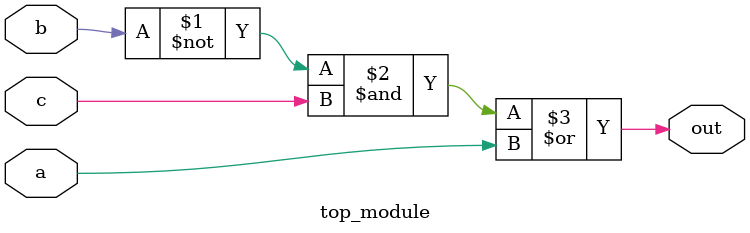
<source format=sv>
module top_module(
    input a, 
    input b,
    input c,
    output out
);

    assign out = (~b & c) | a;

endmodule

</source>
